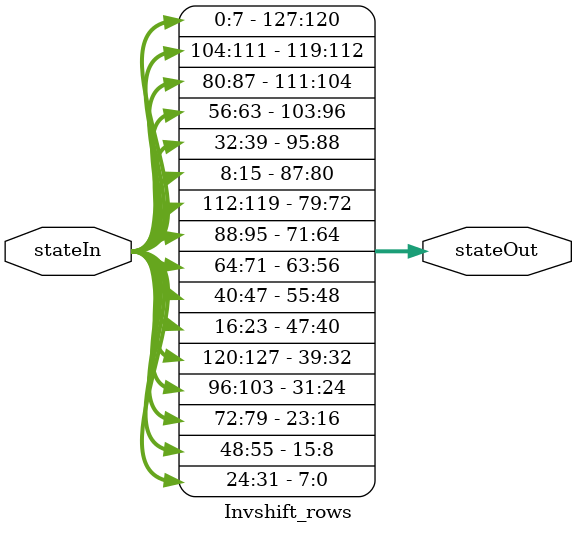
<source format=v>
module Invshift_rows(input [0:127] stateIn, output [0:127] stateOut);

assign stateOut[0:7]   = stateIn[0:7];//0 

assign stateOut[8:15] = stateIn[104:111];//1

assign stateOut[16:23] = stateIn[80:87];//2

assign stateOut[24:31] = stateIn[56:63];//3

assign stateOut[32:39] = stateIn[32:39];//4

assign stateOut[40:47] = stateIn[8:15];//5

assign stateOut[48:55] = stateIn[112:119];//6

assign stateOut[56:63] = stateIn[88:95];//7

assign stateOut[64:71] = stateIn[64:71];//8

assign stateOut[72:79] = stateIn[40:47];//9

assign stateOut[80:87] = stateIn[16:23];//10

assign stateOut[88:95] = stateIn[120:127];//11

assign stateOut[96:103] = stateIn[96:103];//12

assign stateOut[104:111] = stateIn[72:79];//13

assign stateOut[112:119] = stateIn[48:55];//14

assign stateOut[120:127] = stateIn[24:31];//15

endmodule
</source>
